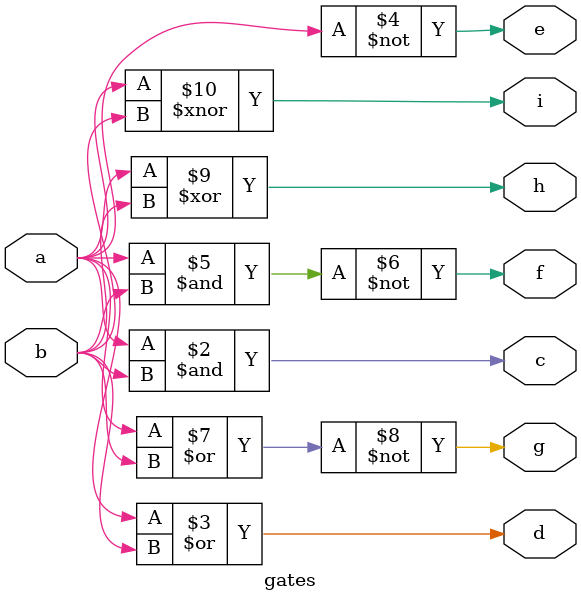
<source format=v>
module gates (c,d,e,f,g,h,i,a,b);
	input a,b;
	output reg c,d,e,f,g,h,i;
	always@(a,b)
	begin
		c <= a & b;
		d <= a | b;
		e <= ~a;
		f <= a ~& b;
		g <= a ~| b;
		h <= a ^ b;
		i <= a ~^ b;
	end
endmodule
</source>
